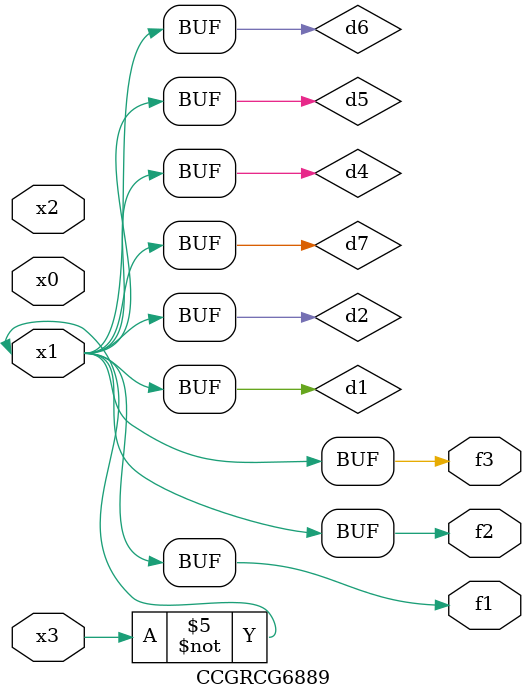
<source format=v>
module CCGRCG6889(
	input x0, x1, x2, x3,
	output f1, f2, f3
);

	wire d1, d2, d3, d4, d5, d6, d7;

	not (d1, x3);
	buf (d2, x1);
	xnor (d3, d1, d2);
	nor (d4, d1);
	buf (d5, d1, d2);
	buf (d6, d4, d5);
	nand (d7, d4);
	assign f1 = d6;
	assign f2 = d7;
	assign f3 = d6;
endmodule

</source>
